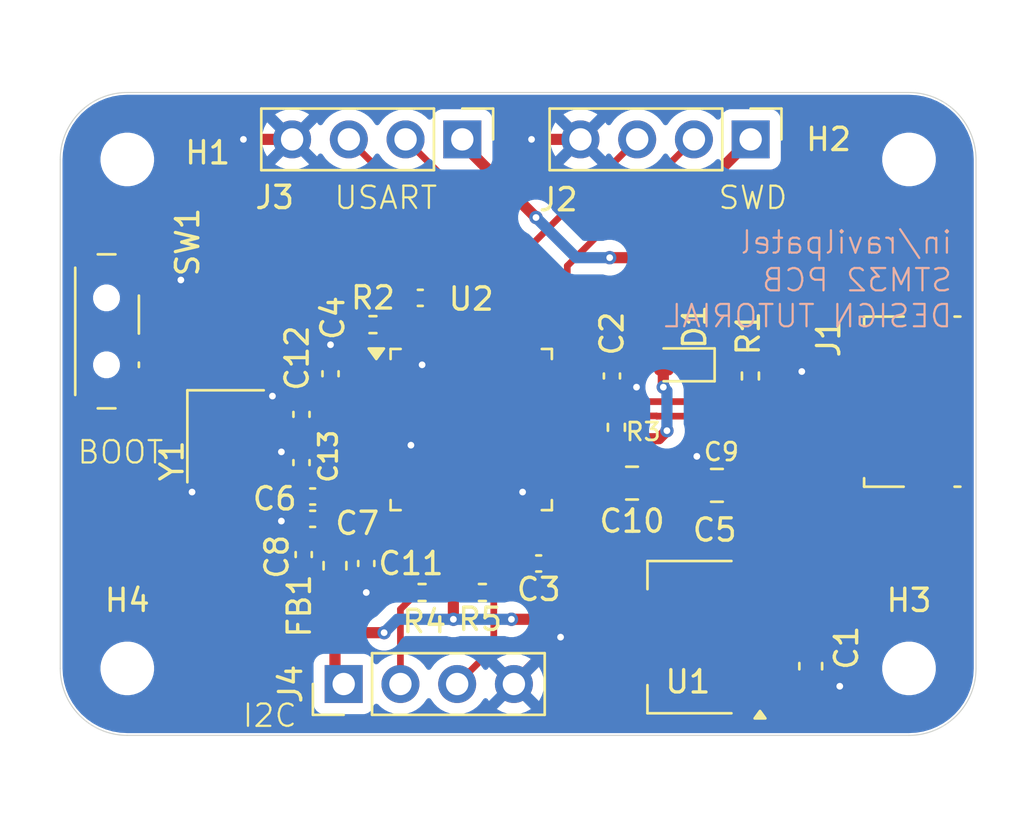
<source format=kicad_pcb>
(kicad_pcb (version 20241229) (generator "pcbnew") (generator_version "9.0")
  (title_block (title "STM32 PCB Layout") (date "2025-11-24") (company "CHARUSAT") (comment 1 "23EC096") (comment 2 "Ravil Rahulkumar Patel"))
  (layers (0 "F.Cu" signal) (2 "B.Cu" power) (13 "F.Paste" user) (15 "B.Paste" user) (5 "F.SilkS" user "F.Silkscreen") (7 "B.SilkS" user "B.Silkscreen") (1 "F.Mask" user) (3 "B.Mask" user) (25 "Edge.Cuts" user))
  (net 0 "")
  (net 1 "GND")
  (net 2 "+3.3V")
  (net 3 "+3.3VA")
  (net 4 "VBUS")
  (net 5 "/NRST")
  (net 6 "/HSE_IN")
  (net 7 "/HSE_OUT")
  (net 8 "/power_led_k")
  (net 9 "/USB_D-")
  (net 14 "/USB_D+")
  (net 16 "/SWDIO")
  (net 17 "/SWCLK")
  (net 18 "/USART1_RX")
  (net 19 "/USART1_TX")
  (net 20 "/I2C2_SCL")
  (net 21 "/I2C2_SDA")
  (net 22 "/BOOT0")
  (net 23 "/sw_boot0")
  (footprint "Connector_PinHeader_2.54mm:PinHeader_1x04_P2.54mm_Vertical" (layer "F.Cu") (at 100.8 55 -90)
    (property "Reference" "J3" (at 2.6 8.4 0) (layer "F.SilkS"))
    (property "Value" "Conn_01x04_Pin")
    (fp_line (start -1.38 9) (end 1.38 9) (stroke (width 0.12)) (layer "F.SilkS"))
    (fp_line (start -1.38 1.27) (end -1.38 9) (stroke (width 0.12)) (layer "F.SilkS"))
    (fp_line (start -1.38 1.27) (end 1.38 1.27) (stroke (width 0.12)) (layer "F.SilkS"))
    (fp_line (start 1.38 1.27) (end 1.38 9) (stroke (width 0.12)) (layer "F.SilkS"))
    (fp_line (start -1.38 0) (end -1.38 -1.38) (stroke (width 0.12)) (layer "F.SilkS"))
    (fp_line (start -1.38 -1.38) (end 0 -1.38) (stroke (width 0.12)) (layer "F.SilkS"))
    (pad "1" thru_hole rect (at 0 0 270) (size 1.7 1.7) (drill 1) (layers "*.Cu" "*.Mask") (net 2 "+3.3V"))
    (pad "2" thru_hole circle (at 0 2.54 270) (size 1.7 1.7) (drill 1) (layers "*.Cu" "*.Mask") (net 19 "/USART1_TX"))
    (pad "3" thru_hole circle (at 0 5.08 270) (size 1.7 1.7) (drill 1) (layers "*.Cu" "*.Mask") (net 18 "/USART1_RX"))
    (pad "4" thru_hole circle (at 0 7.62 270) (size 1.7 1.7) (drill 1) (layers "*.Cu" "*.Mask") (net 1 "GND"))
  )
  (footprint "Connector_PinHeader_2.54mm:PinHeader_1x04_P2.54mm_Vertical" (layer "F.Cu") (at 95.49 79.4 90)
    (property "Reference" "J4" (at 0 -2.38 90) (layer "F.SilkS"))
    (property "Value" "Conn_01x04_Pin")
    (fp_line (start -1.38 -1.38) (end 0 -1.38) (stroke (width 0.12)) (layer "F.SilkS"))
    (fp_line (start -1.38 0) (end -1.38 -1.38) (stroke (width 0.12)) (layer "F.SilkS"))
    (fp_line (start 1.38 1.27) (end 1.38 9) (stroke (width 0.12)) (layer "F.SilkS"))
    (fp_line (start -1.38 1.27) (end 1.38 1.27) (stroke (width 0.12)) (layer "F.SilkS"))
    (fp_line (start -1.38 1.27) (end -1.38 9) (stroke (width 0.12)) (layer "F.SilkS"))
    (fp_line (start -1.38 9) (end 1.38 9) (stroke (width 0.12)) (layer "F.SilkS"))
    (pad "1" thru_hole rect (at 0 0 90) (size 1.7 1.7) (drill 1) (layers "*.Cu" "*.Mask") (net 2 "+3.3V"))
    (pad "2" thru_hole circle (at 0 2.54 90) (size 1.7 1.7) (drill 1) (layers "*.Cu" "*.Mask") (net 20 "/I2C2_SCL"))
    (pad "3" thru_hole circle (at 0 5.08 90) (size 1.7 1.7) (drill 1) (layers "*.Cu" "*.Mask") (net 21 "/I2C2_SDA"))
    (pad "4" thru_hole circle (at 0 7.62 90) (size 1.7 1.7) (drill 1) (layers "*.Cu" "*.Mask") (net 1 "GND"))
  )
  (footprint "Inductor_SMD:L_0603_1608Metric" (layer "F.Cu") (at 95.1 74.1 -90)
    (property "Reference" "FB1" (at 1.8 1.6 90) (layer "F.SilkS"))
    (property "Value" "120R")
    (fp_line (start -0.162779 0.51) (end 0.162779 0.51) (stroke (width 0.12)) (layer "F.SilkS"))
    (fp_line (start -0.162779 -0.51) (end 0.162779 -0.51) (stroke (width 0.12)) (layer "F.SilkS"))
    (pad "1" smd roundrect (at -0.7875 0 270) (size 0.875 0.95) (layers "F.Cu" "F.Mask" "F.Paste") (net 3 "+3.3VA"))
    (pad "2" smd roundrect (at 0.7875 0 270) (size 0.875 0.95) (layers "F.Cu" "F.Mask" "F.Paste") (net 2 "+3.3V"))
  )
  (footprint "Capacitor_SMD:C_0402_1005Metric" (layer "F.Cu") (at 107.5 65.6 -90)
    (property "Reference" "C2" (at -1.9 0 90) (layer "F.SilkS"))
    (property "Value" "100n")
    (fp_line (start -0.107836 0.36) (end 0.107836 0.36) (stroke (width 0.12)) (layer "F.SilkS"))
    (fp_line (start -0.107836 -0.36) (end 0.107836 -0.36) (stroke (width 0.12)) (layer "F.SilkS"))
    (pad "1" smd roundrect (at -0.48 0 270) (size 0.56 0.62) (layers "F.Cu" "F.Mask" "F.Paste") (net 2 "+3.3V"))
    (pad "2" smd roundrect (at 0.48 0 270) (size 0.56 0.62) (layers "F.Cu" "F.Mask" "F.Paste") (net 1 "GND"))
  )
  (footprint "Capacitor_SMD:C_0402_1005Metric" (layer "F.Cu") (at 94.1 72 180)
    (property "Reference" "C7" (at -2 -0.2 0) (layer "F.SilkS"))
    (property "Value" "1u")
    (fp_line (start -0.107836 0.36) (end 0.107836 0.36) (stroke (width 0.12)) (layer "F.SilkS"))
    (fp_line (start -0.107836 -0.36) (end 0.107836 -0.36) (stroke (width 0.12)) (layer "F.SilkS"))
    (pad "1" smd roundrect (at -0.48 0 180) (size 0.56 0.62) (layers "F.Cu" "F.Mask" "F.Paste") (net 3 "+3.3VA"))
    (pad "2" smd roundrect (at 0.48 0 180) (size 0.56 0.62) (layers "F.Cu" "F.Mask" "F.Paste") (net 1 "GND"))
  )
  (footprint "Resistor_SMD:R_0402_1005Metric" (layer "F.Cu") (at 101.7 75.3)
    (property "Reference" "R5" (at -0.1 1.2 180) (layer "F.SilkS"))
    (property "Value" "1k5")
    (fp_line (start -0.153641 -0.38) (end 0.153641 -0.38) (stroke (width 0.12)) (layer "F.SilkS"))
    (fp_line (start -0.153641 0.38) (end 0.153641 0.38) (stroke (width 0.12)) (layer "F.SilkS"))
    (pad "1" smd roundrect (at -0.51 0) (size 0.54 0.64) (layers "F.Cu" "F.Mask" "F.Paste") (net 2 "+3.3V"))
    (pad "2" smd roundrect (at 0.51 0) (size 0.54 0.64) (layers "F.Cu" "F.Mask" "F.Paste") (net 21 "/I2C2_SDA"))
  )
  (footprint "MountingHole:MountingHole_2.1mm" (layer "F.Cu") (at 85.8 55.9)
    (property "Reference" "H1" (at 3.6 -0.3 0) (layer "F.SilkS"))
    (property "Value" "MountingHole")
    (pad "" np_thru_hole circle (at 0 0) (size 2.1 2.1) (drill 2.1) (layers "*.Cu" "*.Mask"))
  )
  (footprint "Capacitor_SMD:C_0402_1005Metric" (layer "F.Cu") (at 93.7 73.6 90)
    (property "Reference" "C8" (at -0.1 -1.2 90) (layer "F.SilkS"))
    (property "Value" "1u")
    (fp_line (start -0.107836 -0.36) (end 0.107836 -0.36) (stroke (width 0.12)) (layer "F.SilkS"))
    (fp_line (start -0.107836 0.36) (end 0.107836 0.36) (stroke (width 0.12)) (layer "F.SilkS"))
    (pad "1" smd roundrect (at -0.48 0 90) (size 0.56 0.62) (layers "F.Cu" "F.Mask" "F.Paste") (net 2 "+3.3V"))
    (pad "2" smd roundrect (at 0.48 0 90) (size 0.56 0.62) (layers "F.Cu" "F.Mask" "F.Paste") (net 1 "GND"))
  )
  (footprint "Capacitor_SMD:C_0402_1005Metric" (layer "F.Cu") (at 93.6 67.32 -90)
    (property "Reference" "C12" (at -2.52 0.2 90) (layer "F.SilkS"))
    (property "Value" "10p")
    (fp_line (start -0.107836 0.36) (end 0.107836 0.36) (stroke (width 0.12)) (layer "F.SilkS"))
    (fp_line (start -0.107836 -0.36) (end 0.107836 -0.36) (stroke (width 0.12)) (layer "F.SilkS"))
    (pad "1" smd roundrect (at -0.48 0 270) (size 0.56 0.62) (layers "F.Cu" "F.Mask" "F.Paste") (net 6 "/HSE_IN"))
    (pad "2" smd roundrect (at 0.48 0 270) (size 0.56 0.62) (layers "F.Cu" "F.Mask" "F.Paste") (net 1 "GND"))
  )
  (footprint "Resistor_SMD:R_0402_1005Metric" (layer "F.Cu") (at 96.8 63.3)
    (property "Reference" "R2" (at 0 -1.2 0) (layer "F.SilkS"))
    (property "Value" "10k")
    (fp_line (start -0.153641 -0.38) (end 0.153641 -0.38) (stroke (width 0.12)) (layer "F.SilkS"))
    (fp_line (start -0.153641 0.38) (end 0.153641 0.38) (stroke (width 0.12)) (layer "F.SilkS"))
    (pad "1" smd roundrect (at -0.51 0) (size 0.54 0.64) (layers "F.Cu" "F.Mask" "F.Paste") (net 23 "/sw_boot0"))
    (pad "2" smd roundrect (at 0.51 0) (size 0.54 0.64) (layers "F.Cu" "F.Mask" "F.Paste") (net 22 "/BOOT0"))
  )
  (footprint "Connector_USB:USB_Micro-B_Molex_47346-0001" (layer "F.Cu") (at 120.5 66.75 90)
    (property "Reference" "J1" (at 2.85 -3.3 270) (layer "F.SilkS"))
    (property "Value" "USB_B_Micro")
    (fp_line (start 3.81 -1.71) (end 3.43 -1.71) (stroke (width 0.12)) (layer "F.SilkS"))
    (fp_line (start 3.81 -1.71) (end 3.81 0.06) (stroke (width 0.12)) (layer "F.SilkS"))
    (fp_line (start -3.81 -1.71) (end -3.43 -1.71) (stroke (width 0.12)) (layer "F.SilkS"))
    (fp_line (start -3.81 0.06) (end -3.81 -1.71) (stroke (width 0.12)) (layer "F.SilkS"))
    (fp_line (start 3.81 2.34) (end 3.81 2.6) (stroke (width 0.12)) (layer "F.SilkS"))
    (fp_line (start -3.81 2.6) (end -3.81 2.34) (stroke (width 0.12)) (layer "F.SilkS"))
    (pad "1" smd rect (at -1.3 -1.46 90) (size 0.45 1.38) (layers "F.Cu" "F.Mask" "F.Paste") (net 4 "VBUS"))
    (pad "2" smd rect (at -0.65 -1.46 90) (size 0.45 1.38) (layers "F.Cu" "F.Mask" "F.Paste") (net 9 "/USB_D-"))
    (pad "3" smd rect (at 0 -1.46 90) (size 0.45 1.38) (layers "F.Cu" "F.Mask" "F.Paste") (net 14 "/USB_D+"))
    (pad "4" smd rect (at 0.65 -1.46 90) (size 0.45 1.38) (layers "F.Cu" "F.Mask" "F.Paste"))
    (pad "5" smd rect (at 1.3 -1.46 90) (size 0.45 1.38) (layers "F.Cu" "F.Mask" "F.Paste") (net 1 "GND"))
    (pad "6" smd rect (at -3.375 1.2 90) (size 1.65 1.3) (layers "F.Cu" "F.Mask" "F.Paste"))
    (pad "6" smd rect (at -2.4875 -1.375 90) (size 1.425 1.55) (layers "F.Cu" "F.Mask" "F.Paste"))
    (pad "6" smd rect (at -1.15 1.2 90) (size 1.8 1.9) (layers "F.Cu" "F.Mask" "F.Paste"))
    (pad "6" smd rect (at 1.55 1.2 90) (size 1 1.9) (layers "F.Cu" "F.Mask" "F.Paste"))
    (pad "6" smd rect (at 2.4875 -1.375 90) (size 1.425 1.55) (layers "F.Cu" "F.Mask" "F.Paste"))
    (pad "6" smd rect (at 3.375 1.2 90) (size 1.65 1.3) (layers "F.Cu" "F.Mask" "F.Paste"))
  )
  (footprint "LED_SMD:LED_0603_1608Metric" (layer "F.Cu") (at 110.6125 65.1 180)
    (property "Reference" "D1" (at -0.5875 1.7 90) (layer "F.SilkS"))
    (property "Value" "RED")
    (fp_line (start 0.8 -0.735) (end -1.485 -0.735) (stroke (width 0.12)) (layer "F.SilkS"))
    (fp_line (start -1.485 0.735) (end 0.8 0.735) (stroke (width 0.12)) (layer "F.SilkS"))
    (fp_line (start -1.485 -0.735) (end -1.485 0.735) (stroke (width 0.12)) (layer "F.SilkS"))
    (pad "1" smd roundrect (at -0.7875 0 180) (size 0.875 0.95) (layers "F.Cu" "F.Mask" "F.Paste") (net 8 "/power_led_k"))
    (pad "2" smd roundrect (at 0.7875 0 180) (size 0.875 0.95) (layers "F.Cu" "F.Mask" "F.Paste") (net 2 "+3.3V"))
  )
  (footprint "Button_Switch_SMD:SW_SPDT_PCM12" (layer "F.Cu") (at 85.2 63.6 -90)
    (property "Reference" "SW1" (at -4 -3.3 90) (layer "F.SilkS"))
    (property "Value" "SW_SPDT")
    (fp_line (start -2.85 1.73) (end 2.85 1.73) (stroke (width 0.12)) (layer "F.SilkS"))
    (fp_line (start 3.45 0.72) (end 3.45 -0.07) (stroke (width 0.12)) (layer "F.SilkS"))
    (fp_line (start -3.45 -0.07) (end -3.45 0.72) (stroke (width 0.12)) (layer "F.SilkS"))
    (fp_line (start -1.6 -1.12) (end 0.1 -1.12) (stroke (width 0.12)) (layer "F.SilkS"))
    (fp_line (start 1.4 -1.12) (end 1.6 -1.12) (stroke (width 0.12)) (layer "F.SilkS"))
    (pad "" smd rect (at -3.65 -0.78 270) (size 1 0.8) (layers "F.Cu" "F.Mask" "F.Paste"))
    (pad "" smd rect (at -3.65 1.43 270) (size 1 0.8) (layers "F.Cu" "F.Mask" "F.Paste"))
    (pad "" np_thru_hole circle (at -1.5 0.33 270) (size 0.9 0.9) (drill 0.9) (layers "*.Cu" "*.Mask"))
    (pad "" np_thru_hole circle (at 1.5 0.33 270) (size 0.9 0.9) (drill 0.9) (layers "*.Cu" "*.Mask"))
    (pad "" smd rect (at 3.65 -0.78 270) (size 1 0.8) (layers "F.Cu" "F.Mask" "F.Paste"))
    (pad "" smd rect (at 3.65 1.43 270) (size 1 0.8) (layers "F.Cu" "F.Mask" "F.Paste"))
    (pad "1" smd rect (at -2.25 -1.43 270) (size 0.7 1.5) (layers "F.Cu" "F.Mask" "F.Paste") (net 1 "GND"))
    (pad "2" smd rect (at 0.75 -1.43 270) (size 0.7 1.5) (layers "F.Cu" "F.Mask" "F.Paste") (net 23 "/sw_boot0"))
    (pad "3" smd rect (at 2.25 -1.43 270) (size 0.7 1.5) (layers "F.Cu" "F.Mask" "F.Paste") (net 2 "+3.3V"))
  )
  (footprint "Capacitor_SMD:C_0402_1005Metric" (layer "F.Cu") (at 94.1 71 180)
    (property "Reference" "C6" (at 1.7 -0.1 0) (layer "F.SilkS"))
    (property "Value" "10n")
    (fp_line (start -0.107836 0.36) (end 0.107836 0.36) (stroke (width 0.12)) (layer "F.SilkS"))
    (fp_line (start -0.107836 -0.36) (end 0.107836 -0.36) (stroke (width 0.12)) (layer "F.SilkS"))
    (pad "1" smd roundrect (at -0.48 0 180) (size 0.56 0.62) (layers "F.Cu" "F.Mask" "F.Paste") (net 3 "+3.3VA"))
    (pad "2" smd roundrect (at 0.48 0 180) (size 0.56 0.62) (layers "F.Cu" "F.Mask" "F.Paste") (net 1 "GND"))
  )
  (footprint "Resistor_SMD:R_0402_1005Metric" (layer "F.Cu") (at 107.7 67.9 90)
    (property "Reference" "R3" (at -0.2 1.2 180) (layer "F.SilkS") (effects (font (size 0.8 0.8) (thickness 0.125))))
    (property "Value" "1k5")
    (fp_line (start -0.153641 -0.38) (end 0.153641 -0.38) (stroke (width 0.12)) (layer "F.SilkS"))
    (fp_line (start -0.153641 0.38) (end 0.153641 0.38) (stroke (width 0.12)) (layer "F.SilkS"))
    (pad "1" smd roundrect (at -0.51 0 90) (size 0.54 0.64) (layers "F.Cu" "F.Mask" "F.Paste") (net 2 "+3.3V"))
    (pad "2" smd roundrect (at 0.51 0 90) (size 0.54 0.64) (layers "F.Cu" "F.Mask" "F.Paste") (net 9 "/USB_D-"))
  )
  (footprint "Connector_PinHeader_2.54mm:PinHeader_1x04_P2.54mm_Vertical" (layer "F.Cu") (at 113.71 55 -90)
    (property "Reference" "J2" (at 2.7 8.61 180) (layer "F.SilkS"))
    (property "Value" "Conn_01x04_Pin")
    (fp_line (start -1.38 9) (end 1.38 9) (stroke (width 0.12)) (layer "F.SilkS"))
    (fp_line (start -1.38 1.27) (end -1.38 9) (stroke (width 0.12)) (layer "F.SilkS"))
    (fp_line (start -1.38 1.27) (end 1.38 1.27) (stroke (width 0.12)) (layer "F.SilkS"))
    (fp_line (start 1.38 1.27) (end 1.38 9) (stroke (width 0.12)) (layer "F.SilkS"))
    (fp_line (start -1.38 0) (end -1.38 -1.38) (stroke (width 0.12)) (layer "F.SilkS"))
    (fp_line (start -1.38 -1.38) (end 0 -1.38) (stroke (width 0.12)) (layer "F.SilkS"))
    (pad "1" thru_hole rect (at 0 0 270) (size 1.7 1.7) (drill 1) (layers "*.Cu" "*.Mask") (net 2 "+3.3V"))
    (pad "2" thru_hole circle (at 0 2.54 270) (size 1.7 1.7) (drill 1) (layers "*.Cu" "*.Mask") (net 16 "/SWDIO"))
    (pad "3" thru_hole circle (at 0 5.08 270) (size 1.7 1.7) (drill 1) (layers "*.Cu" "*.Mask") (net 17 "/SWCLK"))
    (pad "4" thru_hole circle (at 0 7.62 270) (size 1.7 1.7) (drill 1) (layers "*.Cu" "*.Mask") (net 1 "GND"))
  )
  (footprint "Capacitor_SMD:C_0603_1608Metric" (layer "F.Cu") (at 116.4 78.6 -90)
    (property "Reference" "C1" (at -0.825 -1.6 90) (layer "F.SilkS"))
    (property "Value" "10u")
    (fp_line (start -0.14058 0.51) (end 0.14058 0.51) (stroke (width 0.12)) (layer "F.SilkS"))
    (fp_line (start -0.14058 -0.51) (end 0.14058 -0.51) (stroke (width 0.12)) (layer "F.SilkS"))
    (pad "1" smd roundrect (at -0.775 0 270) (size 0.9 0.95) (layers "F.Cu" "F.Mask" "F.Paste") (net 2 "+3.3V"))
    (pad "2" smd roundrect (at 0.775 0 270) (size 0.9 0.95) (layers "F.Cu" "F.Mask" "F.Paste") (net 1 "GND"))
  )
  (footprint "MountingHole:MountingHole_2.1mm" (layer "F.Cu") (at 85.8 78.7)
    (property "Reference" "H4" (at 0 -3.05 0) (layer "F.SilkS"))
    (property "Value" "MountingHole")
    (pad "" np_thru_hole circle (at 0 0) (size 2.1 2.1) (drill 2.1) (layers "*.Cu" "*.Mask"))
  )
  (footprint "MountingHole:MountingHole_2.1mm" (layer "F.Cu") (at 120.8 78.7)
    (property "Reference" "H3" (at 0 -3.05 0) (layer "F.SilkS"))
    (property "Value" "MountingHole")
    (pad "" np_thru_hole circle (at 0 0) (size 2.1 2.1) (drill 2.1) (layers "*.Cu" "*.Mask"))
  )
  (footprint "Capacitor_SMD:C_0402_1005Metric" (layer "F.Cu") (at 98.92 62.1)
    (property "Reference" "C5" (at 13.18 10.4 0) (layer "F.SilkS"))
    (property "Value" "100n")
    (fp_line (start -0.107836 -0.36) (end 0.107836 -0.36) (stroke (width 0.12)) (layer "F.SilkS"))
    (fp_line (start -0.107836 0.36) (end 0.107836 0.36) (stroke (width 0.12)) (layer "F.SilkS"))
    (pad "1" smd roundrect (at -0.48 0) (size 0.56 0.62) (layers "F.Cu" "F.Mask" "F.Paste") (net 2 "+3.3V"))
    (pad "2" smd roundrect (at 0.48 0) (size 0.56 0.62) (layers "F.Cu" "F.Mask" "F.Paste") (net 1 "GND"))
  )
  (footprint "Crystal:Crystal_SMD_3225-4Pin_3.2x2.5mm" (layer "F.Cu") (at 90.2 68.3 -90)
    (property "Reference" "Y1" (at 1.1 2.4 90) (layer "F.SilkS"))
    (property "Value" "16MHz")
    (fp_line (start -2.06 1.71) (end 2.06 1.71) (stroke (width 0.12)) (layer "F.SilkS"))
    (fp_line (start -2.06 -1.71) (end -2.06 1.71) (stroke (width 0.12)) (layer "F.SilkS"))
    (pad "1" smd roundrect (at -1.1 0.85 270) (size 1.4 1.2) (layers "F.Cu" "F.Mask" "F.Paste") (roundrect_rratio 0.208333) (net 6 "/HSE_IN"))
    (pad "2" smd roundrect (at 1.1 0.85 270) (size 1.4 1.2) (layers "F.Cu" "F.Mask" "F.Paste") (roundrect_rratio 0.208333) (net 1 "GND"))
    (pad "3" smd roundrect (at 1.1 -0.85 270) (size 1.4 1.2) (layers "F.Cu" "F.Mask" "F.Paste") (roundrect_rratio 0.208333) (net 7 "/HSE_OUT"))
    (pad "4" smd roundrect (at -1.1 -0.85 270) (size 1.4 1.2) (layers "F.Cu" "F.Mask" "F.Paste") (roundrect_rratio 0.208333) (net 1 "GND"))
  )
  (footprint "Capacitor_SMD:C_0402_1005Metric" (layer "F.Cu") (at 104.22 74 180)
    (property "Reference" "C3" (at 0 -1.16 0) (layer "F.SilkS"))
    (property "Value" "100n")
    (fp_line (start -0.107836 0.36) (end 0.107836 0.36) (stroke (width 0.12)) (layer "F.SilkS"))
    (fp_line (start -0.107836 -0.36) (end 0.107836 -0.36) (stroke (width 0.12)) (layer "F.SilkS"))
    (pad "1" smd roundrect (at -0.48 0 180) (size 0.56 0.62) (layers "F.Cu" "F.Mask" "F.Paste") (net 2 "+3.3V"))
    (pad "2" smd roundrect (at 0.48 0 180) (size 0.56 0.62) (layers "F.Cu" "F.Mask" "F.Paste") (net 1 "GND"))
  )
  (footprint "MountingHole:MountingHole_2.1mm" (layer "F.Cu") (at 120.8 55.9)
    (property "Reference" "H2" (at -3.6 -0.9 0) (layer "F.SilkS"))
    (property "Value" "MountingHole")
    (pad "" np_thru_hole circle (at 0 0) (size 2.1 2.1) (drill 2.1) (layers "*.Cu" "*.Mask"))
  )
  (footprint "Capacitor_SMD:C_0402_1005Metric" (layer "F.Cu") (at 96.5 74 -90)
    (property "Reference" "C11" (at 0 -2 0) (layer "F.SilkS"))
    (property "Value" "100n")
    (fp_line (start -0.107836 0.36) (end 0.107836 0.36) (stroke (width 0.12)) (layer "F.SilkS"))
    (fp_line (start -0.107836 -0.36) (end 0.107836 -0.36) (stroke (width 0.12)) (layer "F.SilkS"))
    (pad "1" smd roundrect (at -0.48 0 270) (size 0.56 0.62) (layers "F.Cu" "F.Mask" "F.Paste") (net 5 "/NRST"))
    (pad "2" smd roundrect (at 0.48 0 270) (size 0.56 0.62) (layers "F.Cu" "F.Mask" "F.Paste") (net 1 "GND"))
  )
  (footprint "Package_TO_SOT_SMD:SOT-223-3_TabPin2" (layer "F.Cu") (at 111 77.3 180)
    (property "Reference" "U1" (at 0.1 -2 0) (layer "F.SilkS"))
    (property "Value" "AMS1117-3.3")
    (fp_line (start 1.91 3.41) (end 1.91 2.15) (stroke (width 0.12)) (layer "F.SilkS"))
    (fp_line (start 1.91 -3.41) (end 1.91 -2.15) (stroke (width 0.12)) (layer "F.SilkS"))
    (fp_line (start -1.85 3.41) (end 1.91 3.41) (stroke (width 0.12)) (layer "F.SilkS"))
    (fp_line (start -1.85 -3.41) (end 1.91 -3.41) (stroke (width 0.12)) (layer "F.SilkS"))
    (fp_poly (pts (xy -3.13 -3.31) (xy -3.37 -3.64) (xy -2.89 -3.64) (xy -3.13 -3.31)) (stroke (width 0.12)) (fill yes) (layer "F.SilkS"))
    (pad "1" smd roundrect (at -3.15 -2.3 180) (size 2 1.5) (layers "F.Cu" "F.Mask" "F.Paste") (net 1 "GND"))
    (pad "2" smd roundrect (at -3.15 0 180) (size 2 1.5) (layers "F.Cu" "F.Mask" "F.Paste") (net 2 "+3.3V"))
    (pad "2" smd roundrect (at 3.15 0 180) (size 2 3.8) (layers "F.Cu" "F.Mask" "F.Paste") (net 2 "+3.3V"))
    (pad "3" smd roundrect (at -3.15 2.3 180) (size 2 1.5) (layers "F.Cu" "F.Mask" "F.Paste") (net 4 "VBUS"))
  )
  (footprint "Resistor_SMD:R_0402_1005Metric" (layer "F.Cu") (at 113.7 65.6 -90)
    (property "Reference" "R1" (at -1.91 0.1 90) (layer "F.SilkS"))
    (property "Value" "1K5")
    (fp_line (start -0.153641 0.38) (end 0.153641 0.38) (stroke (width 0.12)) (layer "F.SilkS"))
    (fp_line (start -0.153641 -0.38) (end 0.153641 -0.38) (stroke (width 0.12)) (layer "F.SilkS"))
    (pad "1" smd roundrect (at -0.51 0 270) (size 0.54 0.64) (layers "F.Cu" "F.Mask" "F.Paste") (net 8 "/power_led_k"))
    (pad "2" smd roundrect (at 0.51 0 270) (size 0.54 0.64) (layers "F.Cu" "F.Mask" "F.Paste") (net 1 "GND"))
  )
  (footprint "Capacitor_SMD:C_0402_1005Metric" (layer "F.Cu") (at 93.6 69.48 90)
    (property "Reference" "C13" (at 0.28 1.2 270) (layer "F.SilkS") (effects (font (size 0.8 0.8))))
    (property "Value" "10p")
    (fp_line (start -0.107836 -0.36) (end 0.107836 -0.36) (stroke (width 0.12)) (layer "F.SilkS"))
    (fp_line (start -0.107836 0.36) (end 0.107836 0.36) (stroke (width 0.12)) (layer "F.SilkS"))
    (pad "1" smd roundrect (at -0.48 0 90) (size 0.56 0.62) (layers "F.Cu" "F.Mask" "F.Paste") (net 7 "/HSE_OUT"))
    (pad "2" smd roundrect (at 0.48 0 90) (size 0.56 0.62) (layers "F.Cu" "F.Mask" "F.Paste") (net 1 "GND"))
  )
  (footprint "Capacitor_SMD:C_0402_1005Metric" (layer "F.Cu") (at 94.9 65.5 90)
    (property "Reference" "C4" (at 2.5 0.1 90) (layer "F.SilkS"))
    (property "Value" "100n")
    (fp_line (start -0.107836 -0.36) (end 0.107836 -0.36) (stroke (width 0.12)) (layer "F.SilkS"))
    (fp_line (start -0.107836 0.36) (end 0.107836 0.36) (stroke (width 0.12)) (layer "F.SilkS"))
    (pad "1" smd roundrect (at -0.48 0 90) (size 0.56 0.62) (layers "F.Cu" "F.Mask" "F.Paste") (net 2 "+3.3V"))
    (pad "2" smd roundrect (at 0.48 0 90) (size 0.56 0.62) (layers "F.Cu" "F.Mask" "F.Paste") (net 1 "GND"))
  )
  (footprint "Capacitor_SMD:C_0805_2012Metric" (layer "F.Cu") (at 108.4 70.4)
    (property "Reference" "C10" (at 0 1.7 0) (layer "F.SilkS"))
    (property "Value" "22u")
    (fp_line (start -0.261252 -0.735) (end 0.261252 -0.735) (stroke (width 0.12)) (layer "F.SilkS"))
    (fp_line (start -0.261252 0.735) (end 0.261252 0.735) (stroke (width 0.12)) (layer "F.SilkS"))
    (pad "1" smd roundrect (at -0.95 0) (size 1 1.45) (layers "F.Cu" "F.Mask" "F.Paste") (net 2 "+3.3V"))
    (pad "2" smd roundrect (at 0.95 0) (size 1 1.45) (layers "F.Cu" "F.Mask" "F.Paste") (net 1 "GND"))
  )
  (footprint "Package_QFP:LQFP-48_7x7mm_P0.5mm" (layer "F.Cu") (at 101.2 68)
    (property "Reference" "U2" (at 0 -5.85 0) (layer "F.SilkS"))
    (property "Value" "STM32F103C8T6")
    (fp_line (start -3.61 -3.61) (end -3.16 -3.61) (stroke (width 0.12)) (layer "F.SilkS"))
    (fp_line (start -3.61 -3.16) (end -3.61 -3.61) (stroke (width 0.12)) (layer "F.SilkS"))
    (fp_line (start -3.61 3.61) (end -3.61 3.16) (stroke (width 0.12)) (layer "F.SilkS"))
    (fp_line (start -3.16 3.61) (end -3.61 3.61) (stroke (width 0.12)) (layer "F.SilkS"))
    (fp_line (start 3.16 -3.61) (end 3.61 -3.61) (stroke (width 0.12)) (layer "F.SilkS"))
    (fp_line (start 3.61 -3.61) (end 3.61 -3.16) (stroke (width 0.12)) (layer "F.SilkS"))
    (fp_line (start 3.61 3.16) (end 3.61 3.61) (stroke (width 0.12)) (layer "F.SilkS"))
    (fp_line (start 3.61 3.61) (end 3.16 3.61) (stroke (width 0.12)) (layer "F.SilkS"))
    (fp_poly (pts (xy -4.25 -3.16) (xy -4.59 -3.63) (xy -3.91 -3.63)) (stroke (width 0.12)) (fill yes) (layer "F.SilkS"))
    (pad "1" smd roundrect (at -4.1625 -2.75) (size 1.475 0.3) (layers "F.Cu" "F.Mask" "F.Paste") (net 2 "+3.3V"))
    (pad "2" smd roundrect (at -4.1625 -2.25) (size 1.475 0.3) (layers "F.Cu" "F.Mask" "F.Paste"))
    (pad "3" smd roundrect (at -4.1625 -1.75) (size 1.475 0.3) (layers "F.Cu" "F.Mask" "F.Paste"))
    (pad "4" smd roundrect (at -4.1625 -1.25) (size 1.475 0.3) (layers "F.Cu" "F.Mask" "F.Paste"))
    (pad "5" smd roundrect (at -4.1625 -0.75) (size 1.475 0.3) (layers "F.Cu" "F.Mask" "F.Paste") (net 6 "/HSE_IN"))
    (pad "6" smd roundrect (at -4.1625 -0.25) (size 1.475 0.3) (layers "F.Cu" "F.Mask" "F.Paste") (net 7 "/HSE_OUT"))
    (pad "7" smd roundrect (at -4.1625 0.25) (size 1.475 0.3) (layers "F.Cu" "F.Mask" "F.Paste") (net 5 "/NRST"))
    (pad "8" smd roundrect (at -4.1625 0.75) (size 1.475 0.3) (layers "F.Cu" "F.Mask" "F.Paste") (net 1 "GND"))
    (pad "9" smd roundrect (at -4.1625 1.25) (size 1.475 0.3) (layers "F.Cu" "F.Mask" "F.Paste") (net 3 "+3.3VA"))
    (pad "10" smd roundrect (at -4.1625 1.75) (size 1.475 0.3) (layers "F.Cu" "F.Mask" "F.Paste"))
    (pad "11" smd roundrect (at -4.1625 2.25) (size 1.475 0.3) (layers "F.Cu" "F.Mask" "F.Paste"))
    (pad "12" smd roundrect (at -4.1625 2.75) (size 1.475 0.3) (layers "F.Cu" "F.Mask" "F.Paste"))
    (pad "13" smd roundrect (at -2.75 4.1625) (size 0.3 1.475) (layers "F.Cu" "F.Mask" "F.Paste"))
    (pad "14" smd roundrect (at -2.25 4.1625) (size 0.3 1.475) (layers "F.Cu" "F.Mask" "F.Paste"))
    (pad "15" smd roundrect (at -1.75 4.1625) (size 0.3 1.475) (layers "F.Cu" "F.Mask" "F.Paste"))
    (pad "16" smd roundrect (at -1.25 4.1625) (size 0.3 1.475) (layers "F.Cu" "F.Mask" "F.Paste"))
    (pad "17" smd roundrect (at -0.75 4.1625) (size 0.3 1.475) (layers "F.Cu" "F.Mask" "F.Paste"))
    (pad "18" smd roundrect (at -0.25 4.1625) (size 0.3 1.475) (layers "F.Cu" "F.Mask" "F.Paste"))
    (pad "19" smd roundrect (at 0.25 4.1625) (size 0.3 1.475) (layers "F.Cu" "F.Mask" "F.Paste"))
    (pad "20" smd roundrect (at 0.75 4.1625) (size 0.3 1.475) (layers "F.Cu" "F.Mask" "F.Paste"))
    (pad "21" smd roundrect (at 1.25 4.1625) (size 0.3 1.475) (layers "F.Cu" "F.Mask" "F.Paste") (net 20 "/I2C2_SCL"))
    (pad "22" smd roundrect (at 1.75 4.1625) (size 0.3 1.475) (layers "F.Cu" "F.Mask" "F.Paste") (net 21 "/I2C2_SDA"))
    (pad "23" smd roundrect (at 2.25 4.1625) (size 0.3 1.475) (layers "F.Cu" "F.Mask" "F.Paste") (net 1 "GND"))
    (pad "24" smd roundrect (at 2.75 4.1625) (size 0.3 1.475) (layers "F.Cu" "F.Mask" "F.Paste") (net 2 "+3.3V"))
    (pad "25" smd roundrect (at 4.1625 2.75) (size 1.475 0.3) (layers "F.Cu" "F.Mask" "F.Paste"))
    (pad "26" smd roundrect (at 4.1625 2.25) (size 1.475 0.3) (layers "F.Cu" "F.Mask" "F.Paste"))
    (pad "27" smd roundrect (at 4.1625 1.75) (size 1.475 0.3) (layers "F.Cu" "F.Mask" "F.Paste"))
    (pad "28" smd roundrect (at 4.1625 1.25) (size 1.475 0.3) (layers "F.Cu" "F.Mask" "F.Paste"))
    (pad "29" smd roundrect (at 4.1625 0.75) (size 1.475 0.3) (layers "F.Cu" "F.Mask" "F.Paste"))
    (pad "30" smd roundrect (at 4.1625 0.25) (size 1.475 0.3) (layers "F.Cu" "F.Mask" "F.Paste"))
    (pad "31" smd roundrect (at 4.1625 -0.25) (size 1.475 0.3) (layers "F.Cu" "F.Mask" "F.Paste"))
    (pad "32" smd roundrect (at 4.1625 -0.75) (size 1.475 0.3) (layers "F.Cu" "F.Mask" "F.Paste") (net 9 "/USB_D-"))
    (pad "33" smd roundrect (at 4.1625 -1.25) (size 1.475 0.3) (layers "F.Cu" "F.Mask" "F.Paste") (net 14 "/USB_D+"))
    (pad "34" smd roundrect (at 4.1625 -1.75) (size 1.475 0.3) (layers "F.Cu" "F.Mask" "F.Paste") (net 16 "/SWDIO"))
    (pad "35" smd roundrect (at 4.1625 -2.25) (size 1.475 0.3) (layers "F.Cu" "F.Mask" "F.Paste") (net 1 "GND"))
    (pad "36" smd roundrect (at 4.1625 -2.75) (size 1.475 0.3) (layers "F.Cu" "F.Mask" "F.Paste") (net 2 "+3.3V"))
    (pad "37" smd roundrect (at 2.75 -4.1625) (size 0.3 1.475) (layers "F.Cu" "F.Mask" "F.Paste") (net 17 "/SWCLK"))
    (pad "38" smd roundrect (at 2.25 -4.1625) (size 0.3 1.475) (layers "F.Cu" "F.Mask" "F.Paste"))
    (pad "39" smd roundrect (at 1.75 -4.1625) (size 0.3 1.475) (layers "F.Cu" "F.Mask" "F.Paste"))
    (pad "40" smd roundrect (at 1.25 -4.1625) (size 0.3 1.475) (layers "F.Cu" "F.Mask" "F.Paste"))
    (pad "41" smd roundrect (at 0.75 -4.1625) (size 0.3 1.475) (layers "F.Cu" "F.Mask" "F.Paste"))
    (pad "42" smd roundrect (at 0.25 -4.1625) (size 0.3 1.475) (layers "F.Cu" "F.Mask" "F.Paste") (net 19 "/USART1_TX"))
    (pad "43" smd roundrect (at -0.25 -4.1625) (size 0.3 1.475) (layers "F.Cu" "F.Mask" "F.Paste") (net 18 "/USART1_RX"))
    (pad "44" smd roundrect (at -0.75 -4.1625) (size 0.3 1.475) (layers "F.Cu" "F.Mask" "F.Paste") (net 22 "/BOOT0"))
    (pad "45" smd roundrect (at -1.25 -4.1625) (size 0.3 1.475) (layers "F.Cu" "F.Mask" "F.Paste"))
    (pad "46" smd roundrect (at -1.75 -4.1625) (size 0.3 1.475) (layers "F.Cu" "F.Mask" "F.Paste"))
    (pad "47" smd roundrect (at -2.25 -4.1625) (size 0.3 1.475) (layers "F.Cu" "F.Mask" "F.Paste") (net 1 "GND"))
    (pad "48" smd roundrect (at -2.75 -4.1625) (size 0.3 1.475) (layers "F.Cu" "F.Mask" "F.Paste") (net 2 "+3.3V"))
  )
  (footprint "Capacitor_SMD:C_0805_2012Metric" (layer "F.Cu") (at 112.2 70.5 180)
    (property "Reference" "C9" (at -0.2 1.5 180) (layer "F.SilkS") (effects (font (size 0.8 0.8) (thickness 0.125))))
    (property "Value" "22u")
    (fp_line (start -0.261252 0.735) (end 0.261252 0.735) (stroke (width 0.12)) (layer "F.SilkS"))
    (fp_line (start -0.261252 -0.735) (end 0.261252 -0.735) (stroke (width 0.12)) (layer "F.SilkS"))
    (pad "1" smd roundrect (at -0.95 0 180) (size 1 1.45) (layers "F.Cu" "F.Mask" "F.Paste") (net 4 "VBUS"))
    (pad "2" smd roundrect (at 0.95 0 180) (size 1 1.45) (layers "F.Cu" "F.Mask" "F.Paste") (net 1 "GND"))
  )
  (footprint "Resistor_SMD:R_0402_1005Metric" (layer "F.Cu") (at 99 75.3 180)
    (property "Reference" "R4" (at -0.1 -1.3 180) (layer "F.SilkS"))
    (property "Value" "1k5")
    (fp_line (start -0.153641 0.38) (end 0.153641 0.38) (stroke (width 0.12)) (layer "F.SilkS"))
    (fp_line (start -0.153641 -0.38) (end 0.153641 -0.38) (stroke (width 0.12)) (layer "F.SilkS"))
    (pad "1" smd roundrect (at -0.51 0 180) (size 0.54 0.64) (layers "F.Cu" "F.Mask" "F.Paste") (net 2 "+3.3V"))
    (pad "2" smd roundrect (at 0.51 0 180) (size 0.54 0.64) (layers "F.Cu" "F.Mask" "F.Paste") (net 20 "/I2C2_SCL"))
  )
  (gr_arc (start 123.8 78.7) (mid 122.92132 80.82132) (end 120.8 81.7) (stroke (width 0.05)) (layer "Edge.Cuts"))
  (gr_line (start 85.8 81.7) (end 120.8 81.7) (stroke (width 0.05)) (layer "Edge.Cuts"))
  (gr_arc (start 82.8 55.9) (mid 83.67868 53.77868) (end 85.8 52.9) (stroke (width 0.05)) (layer "Edge.Cuts"))
  (gr_arc (start 120.8 52.9) (mid 122.92132 53.77868) (end 123.8 55.9) (stroke (width 0.05)) (layer "Edge.Cuts"))
  (gr_arc (start 85.8 81.7) (mid 83.67868 80.82132) (end 82.8 78.7) (stroke (width 0.05)) (layer "Edge.Cuts"))
  (gr_line (start 82.8 78.7) (end 82.8 55.9) (stroke (width 0.05)) (layer "Edge.Cuts"))
  (gr_line (start 120.8 52.9) (end 85.8 52.9) (stroke (width 0.05)) (layer "Edge.Cuts"))
  (gr_line (start 123.8 78.7) (end 123.8 55.9) (stroke (width 0.05)) (layer "Edge.Cuts"))
  (gr_text "I2C" (at 90.9 81.4 0) (layer "F.SilkS") (effects (font (size 1 1) (thickness 0.1)) (justify left bottom)))
  (gr_text "USART" (at 95 58.2 0) (layer "F.SilkS") (effects (font (size 1 1) (thickness 0.1)) (justify left bottom)))
  (gr_text "BOOT" (at 83.5 69.6 0) (layer "F.SilkS") (effects (font (size 1 1) (thickness 0.1)) (justify left bottom)))
  (gr_text "SWD" (at 112.2 58.2 0) (layer "F.SilkS") (effects (font (size 1 1) (thickness 0.1)) (justify left bottom)))
  (gr_text "STM32 PCB \nDESIGN TUTORIAL" (at 122.8 63.5 0) (layer "B.SilkS") (effects (font (size 1 1) (thickness 0.1)) (justify left bottom mirror)))
  (gr_text "in/ravilpatel" (at 122.8 60.2 0) (layer "B.SilkS") (effects (font (size 1 1) (thickness 0.1)) (justify left bottom mirror)))
  (segment (start 105.3625 65.75) (end 106.89 65.75) (width 0.3) (layer "F.Cu") (net 1))
  (segment (start 103.11 79.4) (end 103.11 79.39) (width 0.5) (layer "F.Cu") (net 1))
  (segment (start 106.89 65.75) (end 107.2 66.06) (width 0.3) (layer "F.Cu") (net 1))
  (segment (start 108.58 66.08) (end 108.6 66.1) (width 0.5) (layer "F.Cu") (net 1))
  (segment (start 97.0375 68.75) (end 98.45 68.75) (width 0.3) (layer "F.Cu") (net 1))
  (segment (start 103.45 70.85) (end 103.5 70.8) (width 0.3) (layer "F.Cu") (net 1))
  (segment (start 116.175 79.6) (end 116.4 79.375) (width 0.5) (layer "F.Cu") (net 1))
  (segment (start 103.45 72.1625) (end 103.45 70.85) (width 0.3) (layer "F.Cu") (net 1))
  (segment (start 93.62 71) (end 93.62 72) (width 0.5) (layer "F.Cu") (net 1))
  (segment (start 89.35 70.15) (end 88.7 70.8) (width 0.5) (layer "F.Cu") (net 1))
  (segment (start 86.63 61.35) (end 88.15 61.35) (width 0.5) (layer "F.Cu") (net 1))
  (segment (start 99.4 62.545466) (end 98.95 62.995466) (width 0.3) (layer "F.Cu") (net 1))
  (segment (start 88.15 61.35) (end 88.2 61.3) (width 0.5) (layer "F.Cu") (net 1))
  (segment (start 93.62 72) (end 93.62 73.04) (width 0.5) (layer "F.Cu") (net 1))
  (segment (start 99.4 62.1) (end 99.4 62.545466) (width 0.3) (layer "F.Cu") (net 1))
  (segment (start 115.29 66.11) (end 116 65.4) (width 0.5) (layer "F.Cu") (net 1))
  (segment (start 116.05 65.45) (end 116 65.4) (width 0.3) (layer "F.Cu") (net 1))
  (segment (start 116.4 79.375) (end 117.575 79.375) (width 0.5) (layer "F.Cu") (net 1))
  (segment (start 98.45 68.75) (end 98.5 68.7) (width 0.3) (layer "F.Cu") (net 1))
  (segment (start 98.95 63.8375) (end 98.95 65.05) (width 0.3) (layer "F.Cu") (net 1))
  (segment (start 93.6 67.8) (end 93.6 69) (width 0.5) (layer "F.Cu") (net 1))
  (segment (start 91.05 67.2) (end 91.6 67.2) (width 0.5) (layer "F.Cu") (net 1))
  (segment (start 93.6 69) (end 92.7 69) (width 0.5) (layer "F.Cu") (net 1))
  (segment (start 91.6 67.2) (end 92.3 66.5) (width 0.5) (layer "F.Cu") (net 1))
  (segment (start 111.25 69.25) (end 111.3 69.2) (width 0.5) (layer "F.Cu") (net 1))
  (segment (start 103.45 72.1625) (end 103.45 73.71) (width 0.3) (layer "F.Cu") (net 1))
  (segment (start 93.62 73.04) (end 93.7 73.12) (width 0.5) (layer "F.Cu") (net 1))
  (segment (start 103.11 79.39) (end 105.2 77.3) (width 0.5) (layer "F.Cu") (net 1))
  (segment (start 113.7 66.11) (end 115.29 66.11) (width 0.5) (layer "F.Cu") (net 1))
  (segment (start 114.15 79.6) (end 116.175 79.6) (width 0.5) (layer "F.Cu") (net 1))
  (segment (start 109.35 70.4) (end 111.15 70.4) (width 0.5) (layer "F.Cu") (net 1))
  (segment (start 98.95 62.995466) (end 98.95 63.8375) (width 0.3) (layer "F.Cu") (net 1))
  (segment (start 117.575 79.375) (end 117.7 79.5) (width 0.5) (layer "F.Cu") (net 1))
  (segment (start 92.8 72) (end 92.7 72.1) (width 0.5) (layer "F.Cu") (net 1))
  (segment (start 111.25 70.5) (end 111.25 69.25) (width 0.5) (layer "F.Cu") (net 1))
  (segment (start 89.35 69.4) (end 89.35 70.15) (width 0.5) (layer "F.Cu") (net 1))
  (segment (start 96.5 74.48) (end 96.5 75.3) (width 0.5) (layer "F.Cu") (net 1))
  (segment (start 107.5 66.08) (end 108.58 66.08) (width 0.5) (layer "F.Cu") (net 1))
  (segment (start 111.15 70.4) (end 111.25 70.5) (width 0.5) (layer "F.Cu") (net 1))
  (segment (start 93.18 55) (end 91 55) (width 0.5) (layer "F.Cu") (net 1))
  (segment (start 93.62 72) (end 92.8 72) (width 0.5) (layer "F.Cu") (net 1))
  (segment (start 94.9 65.02) (end 94.9 64.2) (width 0.5) (layer "F.Cu") (net 1))
  (segment (start 106.09 55) (end 103.9 55) (width 0.5) (layer "F.Cu") (net 1))
  (segment (start 103.45 73.71) (end 103.74 74) (width 0.3) (layer "F.Cu") (net 1))
  (segment (start 119.04 65.45) (end 116.05 65.45) (width 0.3) (layer "F.Cu") (net 1))
  (segment (start 98.95 65.05) (end 99 65.1) (width 0.3) (layer "F.Cu") (net 1))
  (via (at 103.9 55) (size 0.6) (drill 0.3) (layers "F.Cu" "B.Cu") (net 1))
  (via (at 92.7 72.1) (size 0.6) (drill 0.3) (layers "F.Cu" "B.Cu") (net 1))
  (via (at 92.3 66.5) (size 0.6) (drill 0.3) (layers "F.Cu" "B.Cu") (net 1))
  (via (at 92.7 69) (size 0.6) (drill 0.3) (layers "F.Cu" "B.Cu") (net 1))
  (via (at 98.5 68.7) (size 0.6) (drill 0.3) (layers "F.Cu" "B.Cu") (net 1))
  (via (at 116 65.4) (size 0.6) (drill 0.3) (layers "F.Cu" "B.Cu") (net 1))
  (via (at 103.5 70.8) (size 0.6) (drill 0.3) (layers "F.Cu" "B.Cu") (net 1))
  (via (at 91 55) (size 0.6) (drill 0.3) (layers "F.Cu" "B.Cu") (net 1))
  (via (at 96.5 75.3) (size 0.6) (drill 0.3) (layers "F.Cu" "B.Cu") (net 1))
  (via (at 94.9 64.2) (size 0.6) (drill 0.3) (layers "F.Cu" "B.Cu") (net 1))
  (via (at 88.2 61.3) (size 0.6) (drill 0.3) (layers "F.Cu" "B.Cu") (net 1))
  (via (at 111.3 69.2) (size 0.6) (drill 0.3) (layers "F.Cu" "B.Cu") (net 1))
  (via (at 105.2 77.3) (size 0.6) (drill 0.3) (layers "F.Cu" "B.Cu") (net 1))
  (via (at 99 65.1) (size 0.6) (drill 0.3) (layers "F.Cu" "B.Cu") (net 1))
  (via (at 108.6 66.1) (size 0.6) (drill 0.3) (layers "F.Cu" "B.Cu") (net 1))
  (via (at 88.7 70.8) (size 0.6) (drill 0.3) (layers "F.Cu" "B.Cu") (net 1))
  (via (at 117.7 79.5) (size 0.6) (drill 0.3) (layers "F.Cu" "B.Cu") (net 1))
  (segment (start 107.45 70.4) (end 107.45 68.66) (width 0.5) (layer "F.Cu") (net 2))
  (segment (start 95.1 77) (end 95.1 79.01) (width 0.5) (layer "F.Cu") (net 2))
  (segment (start 94.9 65.98) (end 95.465466 65.98) (width 0.3) (layer "F.Cu") (net 2))
  (segment (start 95.2 77.1) (end 95.1 77) (width 0.5) (layer "F.Cu") (net 2))
  (segment (start 107.7 68.41) (end 109.601854 68.41) (width 0.5) (layer "F.Cu") (net 2))
  (segment (start 106.2 75) (end 106.2 75.65) (width 0.5) (layer "F.Cu") (net 2))
  (segment (start 107.45 70.4) (end 107.45 73.35) (width 0.5) (layer "F.Cu") (net 2))
  (segment (start 92.3 65.449682) (end 94.059683 65.449682) (width 0.5) (layer "F.Cu") (net 2))
  (segment (start 94.2925 74.08) (end 95.1 74.8875) (width 0.5) (layer "F.Cu") (net 2))
  (segment (start 95.1 74.8875) (end 95.1 77) (width 0.5) (layer "F.Cu") (net 2))
  (segment (start 86.831 66.051) (end 86.831 69.993075) (width 0.5) (layer "F.Cu") (net 2))
  (segment (start 94.059683 65.449682) (end 94.590001 65.98) (width 0.5) (layer "F.Cu") (net 2))
  (segment (start 109.601854 68.41) (end 109.961854 68.05) (width 0.5) (layer "F.Cu") (net 2))
  (segment (start 96.195466 65.25) (end 97.0375 65.25) (width 0.3) (layer "F.Cu") (net 2))
  (segment (start 109.805 65.12) (end 109.825 65.1) (width 0.5) (layer "F.Cu") (net 2))
  (segment (start 107.5 65.12) (end 109.805 65.12) (width 0.5) (layer "F.Cu") (net 2))
  (segment (start 107.05 76.5) (end 103 76.5) (width 0.5) (layer "F.Cu") (net 2))
  (segment (start 109.825 65.1) (end 109.825 60.3) (width 0.5) (layer "F.Cu") (net 2))
  (segment (start 99.51 75.3) (end 101.19 75.3) (width 0.5) (layer "F.Cu") (net 2))
  (segment (start 90.917925 74.08) (end 93.7 74.08) (width 0.5) (layer "F.Cu") (net 2))
  (segment (start 94.590001 65.98) (end 94.9 65.98) (width 0.5) (layer "F.Cu") (net 2))
  (segment (start 100.8 55.2) (end 104.1 58.5) (width 0.5) (layer "F.Cu") (net 2))
  (segment (start 86.63 65.85) (end 91.899682 65.85) (width 0.5) (layer "F.Cu") (net 2))
  (segment (start 98.44 62.1) (end 98.44 63.8275) (width 0.3) (layer "F.Cu") (net 2))
  (segment (start 93.7 74.08) (end 94.2925 74.08) (width 0.5) (layer "F.Cu") (net 2))
  (segment (start 91.899682 65.85) (end 92.3 65.449682) (width 0.5) (layer "F.Cu") (net 2))
  (segment (start 109.825 58.885) (end 113.71 55) (width 0.5) (layer "F.Cu") (net 2))
  (segment (start 103.95 72.1625) (end 104.7 72.9125) (width 0.3) (layer "F.Cu") (net 2))
  (segment (start 104.7 72.9125) (end 104.7 74) (width 0.3) (layer "F.Cu") (net 2))
  (segment (start 107.37 65.25) (end 107.5 65.12) (width 0.3) (layer "F.Cu") (net 2))
  (segment (start 86.63 65.85) (end 86.831 66.051) (width 0.5) (layer "F.Cu") (net 2))
  (segment (start 97.3 77.1) (end 95.2 77.1) (width 0.5) (layer "F.Cu") (net 2))
  (segment (start 100.8 55) (end 100.8 55.2) (width 0.5) (layer "F.Cu") (net 2))
  (segment (start 104.7 74) (end 105.2 74) (width 0.5) (layer "F.Cu") (net 2))
  (segment (start 98.44 63.8275) (end 98.45 63.8375) (width 0.3) (layer "F.Cu") (net 2))
  (segment (start 109.825 60.3) (end 109.825 58.885) (width 0.5) (layer "F.Cu") (net 2))
  (segment (start 107.85 77.3) (end 107.05 76.5) (width 0.5) (layer "F.Cu") (net 2))
  (segment (start 95.1 79.01) (end 95.49 79.4) (width 0.5) (layer "F.Cu") (net 2))
  (segment (start 105.2 74) (end 106.2 75) (width 0.5) (layer "F.Cu") (net 2))
  (segment (start 106.2 75.65) (end 107.85 77.3) (width 0.5) (layer "F.Cu") (net 2))
  (segment (start 95.465466 65.98) (end 96.195466 65.25) (width 0.3) (layer "F.Cu") (net 2))
  (segment (start 100.4 75.3) (end 100.4 76.5) (width 0.5) (layer "F.Cu") (net 2))
  (segment (start 107.45 68.66) (end 107.7 68.41) (width 0.5) (layer "F.Cu") (net 2))
  (segment (start 97.0375 65.25) (end 98.45 63.8375) (width 0.3) (layer "F.Cu") (net 2))
  (segment (start 109.8 65.125) (end 109.825 65.1) (width 0.5) (layer "F.Cu") (net 2))
  (segment (start 86.831 69.993075) (end 90.917925 74.08) (width 0.5) (layer "F.Cu") (net 2))
  (segment (start 107.45 73.35) (end 107.85 73.75) (width 0.5) (layer "F.Cu") (net 2))
  (segment (start 105.3625 65.25) (end 107.37 65.25) (width 0.3) (layer "F.Cu") (net 2))
  (segment (start 109.825 60.3) (end 107.4 60.3) (width 0.5) (layer "F.Cu") (net 2))
  (segment (start 109.8 66.1) (end 109.8 65.125) (width 0.5) (layer "F.Cu") (net 2))
  (segment (start 107.85 73.75) (end 107.85 77.3) (width 0.5) (layer "F.Cu") (net 2))
  (via (at 100.4 76.5) (size 0.6) (drill 0.3) (layers "F.Cu" "B.Cu") (net 2))
  (via (at 107.4 60.3) (size 0.6) (drill 0.3) (layers "F.Cu" "B.Cu") (net 2))
  (via (at 103 76.5) (size 0.6) (drill 0.3) (layers "F.Cu" "B.Cu") (net 2))
  (via (at 104.1 58.5) (size 0.6) (drill 0.3) (layers "F.Cu" "B.Cu") (net 2))
  (via (at 109.8 66.1) (size 0.6) (drill 0.3) (layers "F.Cu" "B.Cu") (net 2))
  (via (at 109.961854 68.05) (size 0.6) (drill 0.3) (layers "F.Cu" "B.Cu") (net 2))
  (via (at 97.3 77.1) (size 0.6) (drill 0.3) (layers "F.Cu" "B.Cu") (net 2))
  (segment (start 100.4 76.5) (end 97.9 76.5) (width 0.5) (layer "B.Cu") (net 2))
  (segment (start 97.9 76.5) (end 97.3 77.1) (width 0.5) (layer "B.Cu") (net 2))
  (segment (start 105.9 60.3) (end 104.1 58.5) (width 0.5) (layer "B.Cu") (net 2))
  (segment (start 109.961854 66.261854) (end 109.8 66.1) (width 0.5) (layer "B.Cu") (net 2))
  (segment (start 107.4 60.3) (end 105.9 60.3) (width 0.5) (layer "B.Cu") (net 2))
  (segment (start 109.961854 68.05) (end 109.961854 66.261854) (width 0.5) (layer "B.Cu") (net 2))
  (segment (start 103 76.5) (end 100.4 76.5) (width 0.5) (layer "B.Cu") (net 2))
  (segment (start 94.58 71) (end 94.58 72) (width 0.5) (layer "F.Cu") (net 3))
  (segment (start 94.58 70.690001) (end 96.020001 69.25) (width 0.3) (layer "F.Cu") (net 3))
  (segment (start 96.020001 69.25) (end 97.0375 69.25) (width 0.3) (layer "F.Cu") (net 3))
  (segment (start 94.58 71) (end 94.58 70.690001) (width 0.3) (layer "F.Cu") (net 3))
  (segment (start 94.58 72) (end 94.58 72.7925) (width 0.5) (layer "F.Cu") (net 3))
  (segment (start 94.58 72.7925) (end 95.1 73.3125) (width 0.5) (layer "F.Cu") (net 3))
  (segment (start 113.15 70.5) (end 113.15 74) (width 0.5) (layer "F.Cu") (net 4))
  (segment (start 115.6 68.05) (end 113.15 70.5) (width 0.3) (layer "F.Cu") (net 4))
  (segment (start 113.15 74) (end 114.15 75) (width 0.5) (layer "F.Cu") (net 4))
  (segment (start 119.04 68.05) (end 115.6 68.05) (width 0.3) (layer "F.Cu") (net 4))
  (segment (start 100.2 68.1) (end 100.2 68.929534) (width 0.3) (layer "F.Cu") (net 5))
  (segment (start 98.230346 68.049) (end 98.251 68.049) (width 0.3) (layer "F.Cu") (net 5))
  (segment (start 98.251 68.049) (end 98.9 67.4) (width 0.3) (layer "F.Cu") (net 5))
  (segment (start 98.9 67.4) (end 99.5 67.4) (width 0.3) (layer "F.Cu") (net 5))
  (segment (start 100.2 68.929534) (end 96.5 72.629534) (width 0.3) (layer "F.Cu") (net 5))
  (segment (start 99.5 67.4) (end 100.2 68.1) (width 0.3) (layer "F.Cu") (net 5))
  (segment (start 96.5 72.629534) (end 96.5 73.52) (width 0.3) (layer "F.Cu") (net 5))
  (segment (start 97.0375 68.25) (end 98.029346 68.25) (width 0.3) (layer "F.Cu") (net 5))
  (segment (start 98.029346 68.25) (end 98.230346 68.049) (width 0.3) (layer "F.Cu") (net 5))
  (segment (start 92.14074 68.251) (end 90.401 68.251) (width 0.3) (layer "F.Cu") (net 6))
  (segment (start 93.6 66.84) (end 93.55174 66.84) (width 0.3) (layer "F.Cu") (net 6))
  (segment (start 93.55174 66.84) (end 92.14074 68.251) (width 0.3) (layer "F.Cu") (net 6))
  (segment (start 97.0375 67.25) (end 96.15 67.25) (width 0.3) (layer "F.Cu") (net 6))
  (segment (start 95.74 66.84) (end 93.6 66.84) (width 0.3) (layer "F.Cu") (net 6))
  (segment (start 90.401 68.251) (end 89.35 67.2) (width 0.3) (layer "F.Cu") (net 6))
  (segment (start 96.15 67.25) (end 95.74 66.84) (width 0.3) (layer "F.Cu") (net 6))
  (segment (start 91.61 69.96) (end 91.05 69.4) (width 0.3) (layer "F.Cu") (net 7))
  (segment (start 93.6 69.96) (end 91.61 69.96) (width 0.3) (layer "F.Cu") (net 7))
  (segment (start 96.15 67.75) (end 93.94 69.96) (width 0.3) (layer "F.Cu") (net 7))
  (segment (start 97.0375 67.75) (end 96.15 67.75) (width 0.3) (layer "F.Cu") (net 7))
  (segment (start 93.94 69.96) (end 93.6 69.96) (width 0.3) (layer "F.Cu") (net 7))
  (segment (start 111.4 65.1) (end 113.69 65.1) (width 0.5) (layer "F.Cu") (net 8))
  (segment (start 113.69 65.1) (end 113.7 65.09) (width 0.5) (layer "F.Cu") (net 8))
  (segment (start 109.51 67.4) (end 109.5 67.39) (width 0.3) (layer "F.Cu") (net 9))
  (segment (start 105.3625 67.25) (end 107.56 67.25) (width 0.3) (layer "F.Cu") (net 9))
  (segment (start 109.5 67.39) (end 107.7 67.39) (width 0.3) (layer "F.Cu") (net 9))
  (segment (start 107.56 67.25) (end 107.7 67.39) (width 0.3) (layer "F.Cu") (net 9))
  (segment (start 119.04 67.4) (end 109.51 67.4) (width 0.3) (layer "F.Cu") (net 9))
  (segment (start 105.3625 66.75) (end 119.04 66.75) (width 0.3) (layer "F.Cu") (net 14))
  (segment (start 103.9 65.7) (end 103.9 65.3) (width 0.3) (layer "F.Cu") (net 16))
  (segment (start 103.9 65.3) (end 105.5 63.7) (width 0.3) (layer "F.Cu") (net 16))
  (segment (start 105.3625 66.25) (end 104.45 66.25) (width 0.3) (layer "F.Cu") (net 16))
  (segment (start 105.5 63.7) (end 105.5 60.67) (width 0.3) (layer "F.Cu") (net 16))
  (segment (start 104.45 66.25) (end 103.9 65.7) (width 0.3) (layer "F.Cu") (net 16))
  (segment (start 105.5 60.67) (end 111.17 55) (width 0.3) (layer "F.Cu") (net 16))
  (segment (start 103.95 63.8375) (end 103.95 59.68) (width 0.3) (layer "F.Cu") (net 17))
  (segment (start 103.95 59.68) (end 108.63 55) (width 0.3) (layer "F.Cu") (net 17))
  (segment (start 100.95 63.8375) (end 100.95 60.23) (width 0.3) (layer "F.Cu") (net 18))
  (segment (start 100.95 60.23) (end 95.72 55) (width 0.3) (layer "F.Cu") (net 18))
  (segment (start 101.45 63.8375) (end 101.45 58.19) (width 0.3) (layer "F.Cu") (net 19))
  (segment (start 101.45 58.19) (end 98.26 55) (width 0.3) (layer "F.Cu") (net 19))
  (segment (start 99.1 74.4) (end 98.49 75.01) (width 0.3) (layer "F.Cu") (net 20))
  (segment (start 98.49 75.01) (end 98.49 75.3) (width 0.3) (layer "F.Cu") (net 20))
  (segment (start 98.49 75.3) (end 98.49 75.59) (width 0.3) (layer "F.Cu") (net 20))
  (segment (start 98.03 76.05) (end 98.03 79.4) (width 0.3) (layer "F.Cu") (net 20))
  (segment (start 102.45 72.1625) (end 102.45 73.55) (width 0.3) (layer "F.Cu") (net 20))
  (segment (start 101.6 74.4) (end 99.1 74.4) (width 0.3) (layer "F.Cu") (net 20))
  (segment (start 102.45 73.55) (end 101.6 74.4) (width 0.3) (layer "F.Cu") (net 20))
  (segment (start 98.49 75.59) (end 98.03 76.05) (width 0.3) (layer "F.Cu") (net 20))
  (segment (start 102.95 72.1625) (end 102.95 74.25) (width 0.3) (layer "F.Cu") (net 21))
  (segment (start 102.21 75.3) (end 102.21 77.76) (width 0.3) (layer "F.Cu") (net 21))
  (segment (start 102.21 77.76) (end 100.57 79.4) (width 0.3) (layer "F.Cu") (net 21))
  (segment (start 102.95 74.25) (end 102.21 74.99) (width 0.3) (layer "F.Cu") (net 21))
  (segment (start 102.21 74.99) (end 102.21 75.3) (width 0.3) (layer "F.Cu") (net 21))
  (segment (start 97.31 61.39) (end 97.31 63.3) (width 0.3) (layer "F.Cu") (net 22))
  (segment (start 99.7 61) (end 97.7 61) (width 0.3) (layer "F.Cu") (net 22))
  (segment (start 97.7 61) (end 97.31 61.39) (width 0.3) (layer "F.Cu") (net 22))
  (segment (start 100.45 61.75) (end 99.7 61) (width 0.3) (layer "F.Cu") (net 22))
  (segment (start 100.45 63.8375) (end 100.45 61.75) (width 0.3) (layer "F.Cu") (net 22))
  (segment (start 88.7 63.3) (end 96.29 63.3) (width 0.5) (layer "F.Cu") (net 23))
  (segment (start 87.65 64.35) (end 88.7 63.3) (width 0.5) (layer "F.Cu") (net 23))
  (segment (start 86.63 64.35) (end 87.65 64.35) (width 0.5) (layer "F.Cu") (net 23))
  (zone (net 2) (net_name "+3.3V") (layer "F.Cu") (priority 1) (connect_pads yes (clearance 0.3)) (min_thickness 0.25) (fill yes (thermal_gap 0.5) (thermal_bridge_width 0.5))
    (polygon (pts (xy 106.7 75.1) (xy 109.6 75.1) (xy 109.6 76.2) (xy 115.6 76.2) (xy 115.6 77) (xy 117.3 77) (xy 117.3 78.6) (xy 115.5 78.6) (xy 115.5 78.4) (xy 109.6 78.4) (xy 109.6 79.6) (xy 106.7 79.6)))
  )
  (zone (net 1) (net_name "GND") (layer "B.Cu") (connect_pads (clearance 0.5)) (min_thickness 0.25) (fill yes (thermal_gap 0.5) (thermal_bridge_width 0.5))
    (polygon (pts (xy 82.8 52.9) (xy 123.9 52.9) (xy 123.9 82.1) (xy 82.6 81.9)))
  )
)
</source>
